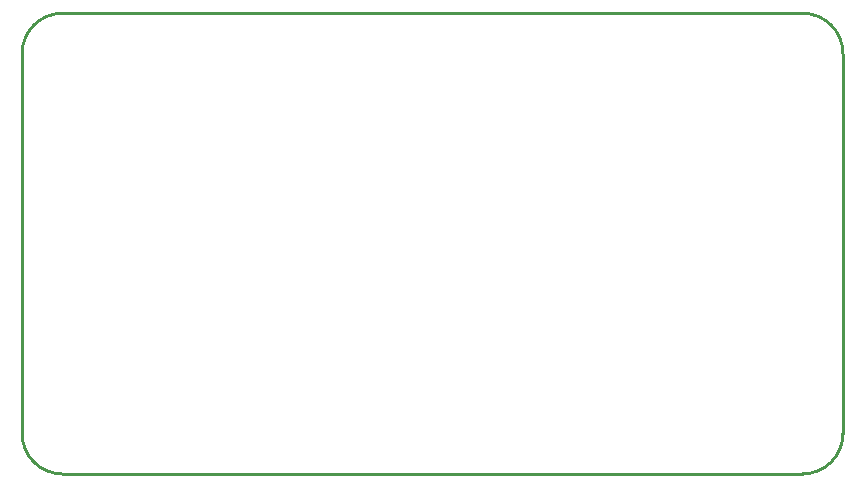
<source format=gbr>
G04*
G04 #@! TF.GenerationSoftware,Altium Limited,Altium Designer,24.7.2 (38)*
G04*
G04 Layer_Color=16711935*
%FSLAX25Y25*%
%MOIN*%
G70*
G04*
G04 #@! TF.SameCoordinates,AB7849DE-EAC8-4354-A705-FC1E97C67EB3*
G04*
G04*
G04 #@! TF.FilePolarity,Positive*
G04*
G01*
G75*
%ADD15C,0.01000*%
D15*
X390102Y185039D02*
G03*
X403543Y198481I0J13442D01*
G01*
X403543Y325141D02*
G03*
X390102Y338583I-13442J0D01*
G01*
X143363Y338583D02*
G03*
X129921Y325141I0J-13442D01*
G01*
X129921Y198481D02*
G03*
X143363Y185039I13442J0D01*
G01*
X390102D01*
X143363Y338583D02*
X390102Y338583D01*
X129921Y324803D02*
X129921Y198481D01*
X403543Y198481D02*
X403543Y325141D01*
X129921Y324803D02*
Y325141D01*
M02*

</source>
